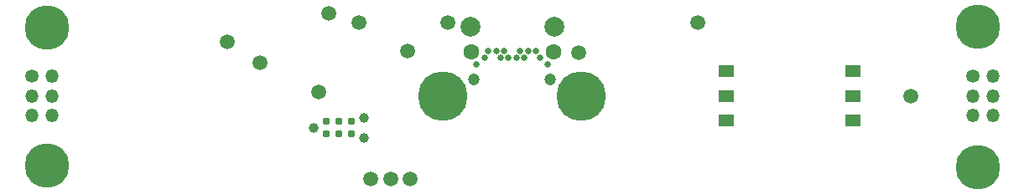
<source format=gbr>
G04 #@! TF.GenerationSoftware,KiCad,Pcbnew,(5.0.0)*
G04 #@! TF.CreationDate,2018-09-28T20:30:43-07:00*
G04 #@! TF.ProjectId,nixie_bottom_board,6E697869655F626F74746F6D5F626F61,rev?*
G04 #@! TF.SameCoordinates,Original*
G04 #@! TF.FileFunction,Soldermask,Bot*
G04 #@! TF.FilePolarity,Negative*
%FSLAX46Y46*%
G04 Gerber Fmt 4.6, Leading zero omitted, Abs format (unit mm)*
G04 Created by KiCad (PCBNEW (5.0.0)) date 09/28/18 20:30:43*
%MOMM*%
%LPD*%
G01*
G04 APERTURE LIST*
%ADD10C,1.500000*%
%ADD11C,1.200000*%
%ADD12C,0.650000*%
%ADD13C,2.000000*%
%ADD14C,1.600000*%
%ADD15C,0.990600*%
%ADD16C,0.787400*%
%ADD17R,1.500000X1.170000*%
%ADD18C,1.350000*%
%ADD19O,1.350000X1.350000*%
%ADD20C,0.800000*%
%ADD21C,4.500000*%
%ADD22C,5.000000*%
G04 APERTURE END LIST*
D10*
G04 #@! TO.C,J17*
X130500000Y-99600000D03*
G04 #@! TD*
D11*
G04 #@! TO.C,J1*
X146155000Y-98310000D03*
X153845000Y-98310000D03*
D12*
X152400000Y-95410000D03*
X151600000Y-95410000D03*
X150800000Y-95410000D03*
X149200000Y-95410000D03*
X148400000Y-95410000D03*
X147600000Y-95410000D03*
X152800000Y-96110000D03*
X151200000Y-96110000D03*
X150400000Y-96110000D03*
X149600000Y-96110000D03*
X148800000Y-96110000D03*
X147200000Y-96110000D03*
X153600000Y-96760000D03*
X146400000Y-96760000D03*
D13*
X154220000Y-92995000D03*
X145780000Y-92995000D03*
D14*
X145870000Y-95510000D03*
X154130000Y-95510000D03*
G04 #@! TD*
D15*
G04 #@! TO.C,J2*
X135040000Y-102184000D03*
X135040000Y-104216000D03*
X129960000Y-103200000D03*
D16*
X133770000Y-103835000D03*
X133770000Y-102565000D03*
X132500000Y-103835000D03*
X132500000Y-102565000D03*
X131230000Y-103835000D03*
X131230000Y-102565000D03*
G04 #@! TD*
D10*
G04 #@! TO.C,J16*
X156700000Y-95600000D03*
G04 #@! TD*
G04 #@! TO.C,J15*
X121200000Y-94550000D03*
G04 #@! TD*
G04 #@! TO.C,J12*
X135675000Y-108400000D03*
G04 #@! TD*
G04 #@! TO.C,J11*
X137700000Y-108400000D03*
G04 #@! TD*
G04 #@! TO.C,J13*
X124500000Y-96600000D03*
G04 #@! TD*
G04 #@! TO.C,J14*
X139700000Y-108400000D03*
G04 #@! TD*
G04 #@! TO.C,J10*
X139400000Y-95400000D03*
G04 #@! TD*
G04 #@! TO.C,J9*
X134500000Y-92600000D03*
G04 #@! TD*
G04 #@! TO.C,J8*
X190250000Y-100000000D03*
G04 #@! TD*
G04 #@! TO.C,J7*
X168700000Y-92600000D03*
G04 #@! TD*
G04 #@! TO.C,J6*
X143500000Y-92600000D03*
G04 #@! TD*
D17*
G04 #@! TO.C,T1*
X184400000Y-97500000D03*
X184400000Y-100000000D03*
X184400000Y-102500000D03*
X171600000Y-102500000D03*
X171600000Y-97500000D03*
X171600000Y-100000000D03*
G04 #@! TD*
D18*
G04 #@! TO.C,J4*
X101500000Y-98000000D03*
D19*
X103500000Y-98000000D03*
X101500000Y-100000000D03*
X103500000Y-100000000D03*
X101500000Y-102000000D03*
X103500000Y-102000000D03*
G04 #@! TD*
D18*
G04 #@! TO.C,J3*
X196500000Y-98000000D03*
D19*
X198500000Y-98000000D03*
X196500000Y-100000000D03*
X198500000Y-100000000D03*
X196500000Y-102000000D03*
X198500000Y-102000000D03*
G04 #@! TD*
D10*
G04 #@! TO.C,J5*
X131500000Y-91600000D03*
G04 #@! TD*
D20*
G04 #@! TO.C,MH1*
X104237437Y-91862563D03*
X104750000Y-93100000D03*
X104237437Y-94337437D03*
X103000000Y-94850000D03*
X101762563Y-94337437D03*
X101250000Y-93100000D03*
X101762563Y-91862563D03*
X103000000Y-91350000D03*
D21*
X103000000Y-93100000D03*
G04 #@! TD*
G04 #@! TO.C,MH2*
X103000000Y-107000000D03*
D20*
X103000000Y-105250000D03*
X101762563Y-105762563D03*
X101250000Y-107000000D03*
X101762563Y-108237437D03*
X103000000Y-108750000D03*
X104237437Y-108237437D03*
X104750000Y-107000000D03*
X104237437Y-105762563D03*
G04 #@! TD*
G04 #@! TO.C,MH3*
X198237437Y-91762563D03*
X198750000Y-93000000D03*
X198237437Y-94237437D03*
X197000000Y-94750000D03*
X195762563Y-94237437D03*
X195250000Y-93000000D03*
X195762563Y-91762563D03*
X197000000Y-91250000D03*
D21*
X197000000Y-93000000D03*
G04 #@! TD*
G04 #@! TO.C,MH4*
X197000000Y-107200000D03*
D20*
X197000000Y-105450000D03*
X195762563Y-105962563D03*
X195250000Y-107200000D03*
X195762563Y-108437437D03*
X197000000Y-108950000D03*
X198237437Y-108437437D03*
X198750000Y-107200000D03*
X198237437Y-105962563D03*
G04 #@! TD*
D22*
G04 #@! TO.C,MH6*
X157000000Y-100000000D03*
D20*
X158875000Y-100000000D03*
X158325825Y-101325825D03*
X157000000Y-101875000D03*
X155674175Y-101325825D03*
X155125000Y-100000000D03*
X155674175Y-98674175D03*
X157000000Y-98125000D03*
X158325825Y-98674175D03*
G04 #@! TD*
G04 #@! TO.C,MH5*
X144325825Y-98674175D03*
X143000000Y-98125000D03*
X141674175Y-98674175D03*
X141125000Y-100000000D03*
X141674175Y-101325825D03*
X143000000Y-101875000D03*
X144325825Y-101325825D03*
X144875000Y-100000000D03*
D22*
X143000000Y-100000000D03*
G04 #@! TD*
M02*

</source>
